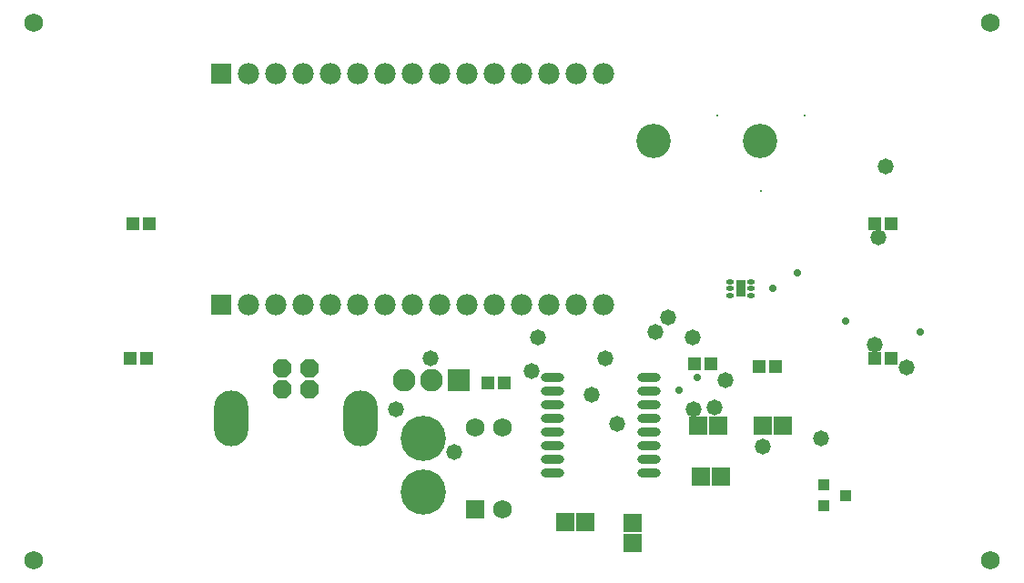
<source format=gts>
G04 Layer_Color=20142*
%FSLAX24Y24*%
%MOIN*%
G70*
G01*
G75*
%ADD128R,0.0690X0.0690*%
%ADD129R,0.0493X0.0474*%
%ADD130R,0.0690X0.0690*%
%ADD131O,0.0277X0.0178*%
%ADD132R,0.0336X0.0612*%
%ADD133O,0.0867X0.0316*%
%ADD134R,0.0434X0.0395*%
%ADD135R,0.0830X0.0830*%
%ADD136C,0.0830*%
%ADD137C,0.0277*%
%ADD138R,0.0680X0.0680*%
%ADD139C,0.0680*%
%ADD140C,0.1655*%
%ADD141C,0.0080*%
%ADD142C,0.1261*%
%ADD143P,0.0726X8X22.5*%
%ADD144O,0.1261X0.2049*%
%ADD145R,0.0780X0.0780*%
%ADD146C,0.0780*%
%ADD147C,0.0580*%
D128*
X35010Y22736D02*
D03*
X34281D02*
D03*
X37274Y24606D02*
D03*
X36545D02*
D03*
X34911D02*
D03*
X34183D02*
D03*
X30030Y21083D02*
D03*
X29301D02*
D03*
D129*
X34646Y26870D02*
D03*
X34055D02*
D03*
X14075Y31988D02*
D03*
X13484D02*
D03*
X40650D02*
D03*
X41240D02*
D03*
X13976Y27067D02*
D03*
X13386D02*
D03*
X37008Y26772D02*
D03*
X36417D02*
D03*
X26476Y26181D02*
D03*
X27067D02*
D03*
X40650Y27067D02*
D03*
X41240D02*
D03*
D130*
X31791Y21033D02*
D03*
Y20305D02*
D03*
D131*
X36102Y29882D02*
D03*
Y29626D02*
D03*
Y29370D02*
D03*
X35354D02*
D03*
Y29626D02*
D03*
Y29882D02*
D03*
D132*
X35728Y29626D02*
D03*
D133*
X28839Y26356D02*
D03*
Y25856D02*
D03*
Y25356D02*
D03*
Y24856D02*
D03*
Y24356D02*
D03*
Y23856D02*
D03*
Y23356D02*
D03*
Y22856D02*
D03*
X32382Y26356D02*
D03*
Y25856D02*
D03*
Y25356D02*
D03*
Y24856D02*
D03*
Y24356D02*
D03*
Y23856D02*
D03*
Y23356D02*
D03*
Y22856D02*
D03*
D134*
X38780Y22421D02*
D03*
Y21673D02*
D03*
X39567Y22047D02*
D03*
D135*
X25394Y26260D02*
D03*
D136*
X24394D02*
D03*
X23394D02*
D03*
D137*
X34154Y26378D02*
D03*
X33465Y25886D02*
D03*
X42323Y28051D02*
D03*
X39567Y28445D02*
D03*
X37795Y30217D02*
D03*
X36909Y29626D02*
D03*
D138*
X26024Y21535D02*
D03*
D139*
X27024D02*
D03*
Y24535D02*
D03*
X26024D02*
D03*
X44882Y19685D02*
D03*
X9843D02*
D03*
X44882Y39370D02*
D03*
X9843D02*
D03*
D140*
X24094Y22165D02*
D03*
Y24134D02*
D03*
D141*
X38091Y35984D02*
D03*
X36476Y33189D02*
D03*
X34862Y35984D02*
D03*
D142*
X32539Y35039D02*
D03*
X36437D02*
D03*
D143*
X18957Y25927D02*
D03*
Y26715D02*
D03*
X19941D02*
D03*
Y25927D02*
D03*
D144*
X21819Y24860D02*
D03*
X17079D02*
D03*
D145*
X16720Y29035D02*
D03*
Y37500D02*
D03*
D146*
X17720Y29035D02*
D03*
X18720D02*
D03*
X19720D02*
D03*
X20720D02*
D03*
X21720D02*
D03*
X22720D02*
D03*
X23720D02*
D03*
X24720D02*
D03*
X25720D02*
D03*
X26720D02*
D03*
X27720D02*
D03*
X28720D02*
D03*
X29720D02*
D03*
X30720D02*
D03*
X17720Y37500D02*
D03*
X18720D02*
D03*
X19720D02*
D03*
X20720D02*
D03*
X21720D02*
D03*
X22720D02*
D03*
X23720D02*
D03*
X24720D02*
D03*
X25720D02*
D03*
X26720D02*
D03*
X27720D02*
D03*
X28720D02*
D03*
X29720D02*
D03*
X30720D02*
D03*
D147*
X41055Y34094D02*
D03*
X28319Y27820D02*
D03*
X24384Y27070D02*
D03*
X30780D02*
D03*
X25250Y23650D02*
D03*
X23105Y25190D02*
D03*
X34786Y25280D02*
D03*
X35170Y26265D02*
D03*
X32620Y28020D02*
D03*
X31210Y24660D02*
D03*
X36545Y23840D02*
D03*
X30270Y25740D02*
D03*
X28070Y26590D02*
D03*
X34000Y25200D02*
D03*
X38690Y24120D02*
D03*
X33975Y27820D02*
D03*
X40780Y31510D02*
D03*
X33090Y28570D02*
D03*
X41800Y26750D02*
D03*
X40650Y27560D02*
D03*
M02*

</source>
